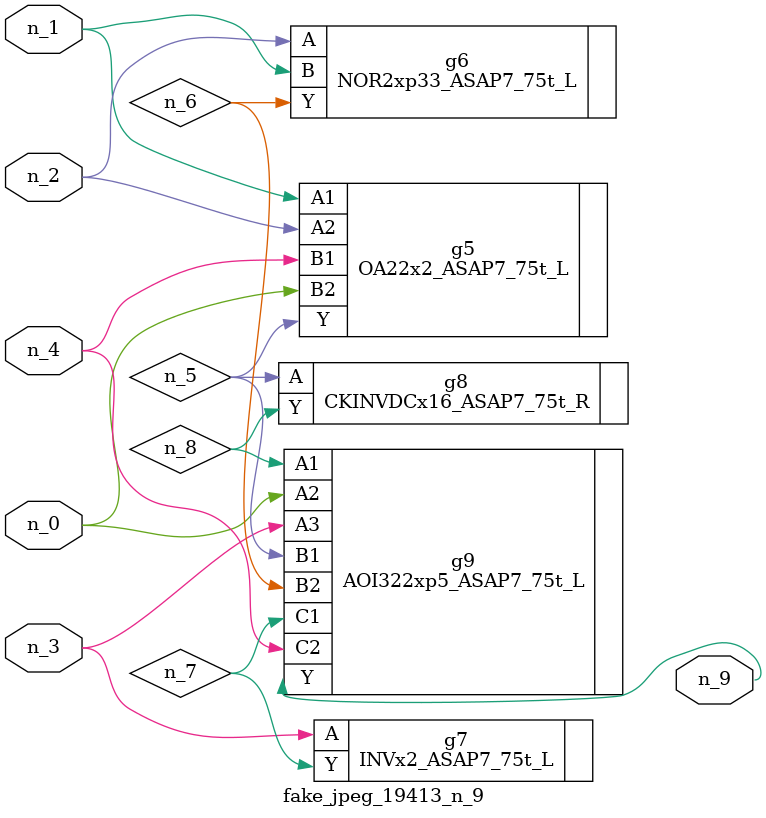
<source format=v>
module fake_jpeg_19413_n_9 (n_3, n_2, n_1, n_0, n_4, n_9);

input n_3;
input n_2;
input n_1;
input n_0;
input n_4;

output n_9;

wire n_8;
wire n_6;
wire n_5;
wire n_7;

OA22x2_ASAP7_75t_L g5 ( 
.A1(n_1),
.A2(n_2),
.B1(n_4),
.B2(n_0),
.Y(n_5)
);

NOR2xp33_ASAP7_75t_L g6 ( 
.A(n_2),
.B(n_1),
.Y(n_6)
);

INVx2_ASAP7_75t_L g7 ( 
.A(n_3),
.Y(n_7)
);

CKINVDCx16_ASAP7_75t_R g8 ( 
.A(n_5),
.Y(n_8)
);

AOI322xp5_ASAP7_75t_L g9 ( 
.A1(n_8),
.A2(n_0),
.A3(n_3),
.B1(n_5),
.B2(n_6),
.C1(n_7),
.C2(n_4),
.Y(n_9)
);


endmodule
</source>
